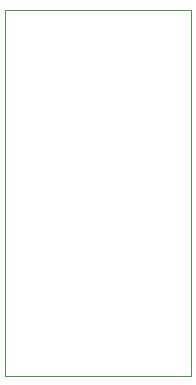
<source format=gbr>
%TF.GenerationSoftware,KiCad,Pcbnew,5.1.8+dfsg1-1~bpo10+1*%
%TF.CreationDate,2020-11-13T12:22:56-08:00*%
%TF.ProjectId,samd11d14_usb-c,73616d64-3131-4643-9134-5f7573622d63,B*%
%TF.SameCoordinates,Original*%
%TF.FileFunction,Profile,NP*%
%FSLAX46Y46*%
G04 Gerber Fmt 4.6, Leading zero omitted, Abs format (unit mm)*
G04 Created by KiCad (PCBNEW 5.1.8+dfsg1-1~bpo10+1) date 2020-11-13 12:22:56*
%MOMM*%
%LPD*%
G01*
G04 APERTURE LIST*
%TA.AperFunction,Profile*%
%ADD10C,0.050000*%
%TD*%
G04 APERTURE END LIST*
D10*
X124714000Y-92456000D02*
X124714000Y-123444000D01*
X124714000Y-123444000D02*
X108966000Y-123444000D01*
X108966000Y-92456000D02*
X124714000Y-92456000D01*
X108966000Y-123444000D02*
X108966000Y-92456000D01*
M02*

</source>
